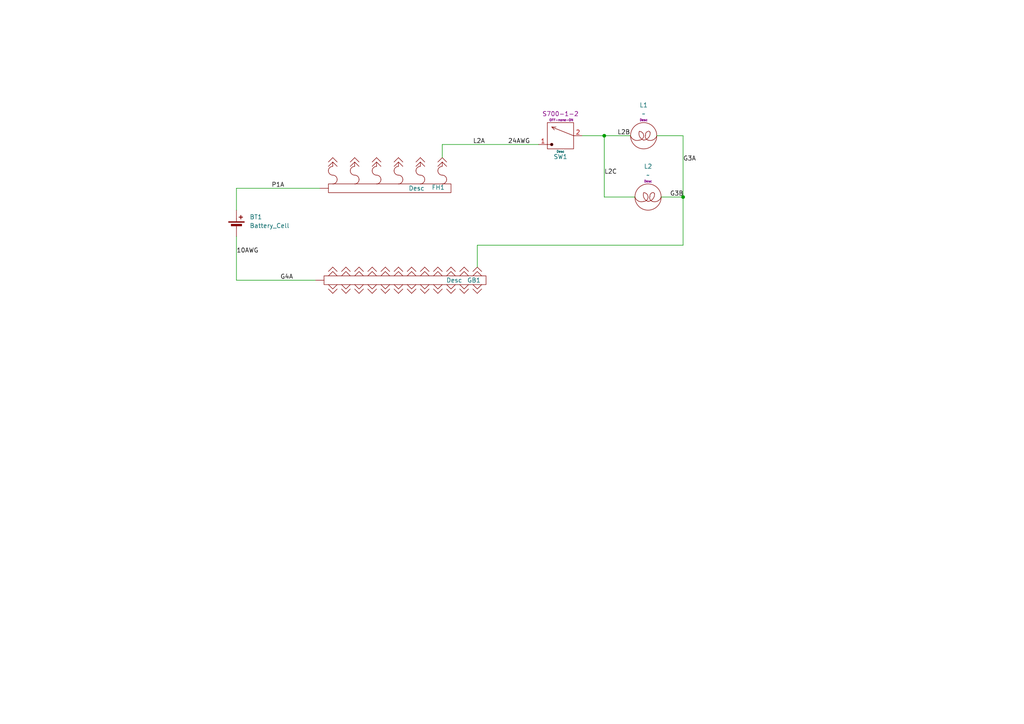
<source format=kicad_sch>
(kicad_sch
	(version 20250114)
	(generator "eeschema")
	(generator_version "9.0")
	(uuid "54b1aeba-9ceb-45cf-abbb-71d5775470ba")
	(paper "A4")
	(lib_symbols
		(symbol "AeroElectricConnectionSymbols:Fuse_Holder_6x"
			(pin_numbers
				(hide yes)
			)
			(pin_names
				(offset 0)
				(hide yes)
			)
			(exclude_from_sim no)
			(in_bom yes)
			(on_board yes)
			(property "Reference" "FH"
				(at -3.556 -14.732 90)
				(do_not_autoplace)
				(effects
					(font
						(size 1.27 1.27)
					)
					(justify left)
				)
			)
			(property "Value" "Desc"
				(at -3.81 -8.89 90)
				(do_not_autoplace)
				(effects
					(font
						(size 1.27 1.27)
					)
					(justify left)
				)
			)
			(property "Footprint" ""
				(at -2.54 11.43 0)
				(effects
					(font
						(size 1.27 1.27)
					)
					(hide yes)
				)
			)
			(property "Datasheet" ""
				(at -2.54 11.43 0)
				(effects
					(font
						(size 1.27 1.27)
					)
					(hide yes)
				)
			)
			(property "Description" ""
				(at -2.54 11.43 0)
				(effects
					(font
						(size 1.27 1.27)
					)
					(hide yes)
				)
			)
			(symbol "Fuse_Holder_6x_0_1"
				(rectangle
					(start -5.08 19.05)
					(end -2.54 -16.51)
					(stroke
						(width 0)
						(type default)
					)
					(fill
						(type none)
					)
				)
				(arc
					(start 0 17.78)
					(mid -0.372 16.882)
					(end -1.27 16.51)
					(stroke
						(width 0)
						(type default)
					)
					(fill
						(type none)
					)
				)
				(arc
					(start 0 11.43)
					(mid -0.372 10.532)
					(end -1.27 10.16)
					(stroke
						(width 0)
						(type default)
					)
					(fill
						(type none)
					)
				)
				(arc
					(start 0 5.08)
					(mid -0.372 4.182)
					(end -1.27 3.81)
					(stroke
						(width 0)
						(type default)
					)
					(fill
						(type none)
					)
				)
				(arc
					(start 0 -1.27)
					(mid -0.372 -2.168)
					(end -1.27 -2.54)
					(stroke
						(width 0)
						(type default)
					)
					(fill
						(type none)
					)
				)
				(arc
					(start 0 -7.62)
					(mid -0.372 -8.518)
					(end -1.27 -8.89)
					(stroke
						(width 0)
						(type default)
					)
					(fill
						(type none)
					)
				)
				(arc
					(start 0 -13.97)
					(mid -0.372 -14.868)
					(end -1.27 -15.24)
					(stroke
						(width 0)
						(type default)
					)
					(fill
						(type none)
					)
				)
				(arc
					(start -1.27 16.51)
					(mid -2.168 16.882)
					(end -2.54 17.78)
					(stroke
						(width 0)
						(type default)
					)
					(fill
						(type none)
					)
				)
				(arc
					(start -1.27 10.16)
					(mid -2.168 10.532)
					(end -2.54 11.43)
					(stroke
						(width 0)
						(type default)
					)
					(fill
						(type none)
					)
				)
				(arc
					(start -1.27 3.81)
					(mid -2.168 4.182)
					(end -2.54 5.08)
					(stroke
						(width 0)
						(type default)
					)
					(fill
						(type none)
					)
				)
				(arc
					(start -1.27 -2.54)
					(mid -2.168 -2.168)
					(end -2.54 -1.27)
					(stroke
						(width 0)
						(type default)
					)
					(fill
						(type none)
					)
				)
				(arc
					(start -1.27 -8.89)
					(mid -2.168 -8.518)
					(end -2.54 -7.62)
					(stroke
						(width 0)
						(type default)
					)
					(fill
						(type none)
					)
				)
				(arc
					(start -1.27 -15.24)
					(mid -2.168 -14.868)
					(end -2.54 -13.97)
					(stroke
						(width 0)
						(type default)
					)
					(fill
						(type none)
					)
				)
				(arc
					(start 0 17.78)
					(mid 0.372 18.678)
					(end 1.27 19.05)
					(stroke
						(width 0)
						(type default)
					)
					(fill
						(type none)
					)
				)
				(arc
					(start 1.27 19.05)
					(mid 2.168 18.678)
					(end 2.54 17.78)
					(stroke
						(width 0)
						(type default)
					)
					(fill
						(type none)
					)
				)
				(arc
					(start 0 11.43)
					(mid 0.372 12.328)
					(end 1.27 12.7)
					(stroke
						(width 0)
						(type default)
					)
					(fill
						(type none)
					)
				)
				(arc
					(start 1.27 12.7)
					(mid 2.168 12.328)
					(end 2.54 11.43)
					(stroke
						(width 0)
						(type default)
					)
					(fill
						(type none)
					)
				)
				(arc
					(start 0 5.08)
					(mid 0.372 5.978)
					(end 1.27 6.35)
					(stroke
						(width 0)
						(type default)
					)
					(fill
						(type none)
					)
				)
				(arc
					(start 1.27 6.35)
					(mid 2.168 5.978)
					(end 2.54 5.08)
					(stroke
						(width 0)
						(type default)
					)
					(fill
						(type none)
					)
				)
				(arc
					(start 0 -1.27)
					(mid 0.372 -0.372)
					(end 1.27 0)
					(stroke
						(width 0)
						(type default)
					)
					(fill
						(type none)
					)
				)
				(arc
					(start 1.27 0)
					(mid 2.168 -0.372)
					(end 2.54 -1.27)
					(stroke
						(width 0)
						(type default)
					)
					(fill
						(type none)
					)
				)
				(arc
					(start 0 -7.62)
					(mid 0.372 -6.722)
					(end 1.27 -6.35)
					(stroke
						(width 0)
						(type default)
					)
					(fill
						(type none)
					)
				)
				(arc
					(start 1.27 -6.35)
					(mid 2.168 -6.722)
					(end 2.54 -7.62)
					(stroke
						(width 0)
						(type default)
					)
					(fill
						(type none)
					)
				)
				(arc
					(start 0 -13.97)
					(mid 0.372 -13.072)
					(end 1.27 -12.7)
					(stroke
						(width 0)
						(type default)
					)
					(fill
						(type none)
					)
				)
				(arc
					(start 1.27 -12.7)
					(mid 2.168 -13.072)
					(end 2.54 -13.97)
					(stroke
						(width 0)
						(type default)
					)
					(fill
						(type none)
					)
				)
				(polyline
					(pts
						(xy 2.54 16.51) (xy 3.81 17.78) (xy 2.54 19.05)
					)
					(stroke
						(width 0)
						(type default)
					)
					(fill
						(type none)
					)
				)
				(polyline
					(pts
						(xy 2.54 10.16) (xy 3.81 11.43) (xy 2.54 12.7)
					)
					(stroke
						(width 0)
						(type default)
					)
					(fill
						(type none)
					)
				)
				(polyline
					(pts
						(xy 2.54 3.81) (xy 3.81 5.08) (xy 2.54 6.35)
					)
					(stroke
						(width 0)
						(type default)
					)
					(fill
						(type none)
					)
				)
				(polyline
					(pts
						(xy 2.54 -2.54) (xy 3.81 -1.27) (xy 2.54 0)
					)
					(stroke
						(width 0)
						(type default)
					)
					(fill
						(type none)
					)
				)
				(polyline
					(pts
						(xy 2.54 -8.89) (xy 3.81 -7.62) (xy 2.54 -6.35)
					)
					(stroke
						(width 0)
						(type default)
					)
					(fill
						(type none)
					)
				)
				(polyline
					(pts
						(xy 2.54 -15.24) (xy 3.81 -13.97) (xy 2.54 -12.7)
					)
					(stroke
						(width 0)
						(type default)
					)
					(fill
						(type none)
					)
				)
				(polyline
					(pts
						(xy 3.81 16.51) (xy 5.08 17.78) (xy 3.81 19.05)
					)
					(stroke
						(width 0)
						(type default)
					)
					(fill
						(type none)
					)
				)
				(polyline
					(pts
						(xy 3.81 10.16) (xy 5.08 11.43) (xy 3.81 12.7)
					)
					(stroke
						(width 0)
						(type default)
					)
					(fill
						(type none)
					)
				)
				(polyline
					(pts
						(xy 3.81 3.81) (xy 5.08 5.08) (xy 3.81 6.35)
					)
					(stroke
						(width 0)
						(type default)
					)
					(fill
						(type none)
					)
				)
				(polyline
					(pts
						(xy 3.81 -2.54) (xy 5.08 -1.27) (xy 3.81 0)
					)
					(stroke
						(width 0)
						(type default)
					)
					(fill
						(type none)
					)
				)
				(polyline
					(pts
						(xy 3.81 -8.89) (xy 5.08 -7.62) (xy 3.81 -6.35)
					)
					(stroke
						(width 0)
						(type default)
					)
					(fill
						(type none)
					)
				)
				(polyline
					(pts
						(xy 3.81 -15.24) (xy 5.08 -13.97) (xy 3.81 -12.7)
					)
					(stroke
						(width 0)
						(type default)
					)
					(fill
						(type none)
					)
				)
			)
			(symbol "Fuse_Holder_6x_1_1"
				(polyline
					(pts
						(xy 2.54 17.78) (xy 2.54 17.78)
					)
					(stroke
						(width 0)
						(type default)
					)
					(fill
						(type none)
					)
				)
				(polyline
					(pts
						(xy 2.54 17.78) (xy 2.54 17.78)
					)
					(stroke
						(width 0)
						(type default)
					)
					(fill
						(type none)
					)
				)
				(polyline
					(pts
						(xy 2.54 11.43) (xy 2.54 11.43)
					)
					(stroke
						(width 0)
						(type default)
					)
					(fill
						(type none)
					)
				)
				(polyline
					(pts
						(xy 2.54 11.43) (xy 2.54 11.43)
					)
					(stroke
						(width 0)
						(type default)
					)
					(fill
						(type none)
					)
				)
				(polyline
					(pts
						(xy 2.54 5.08) (xy 2.54 5.08)
					)
					(stroke
						(width 0)
						(type default)
					)
					(fill
						(type none)
					)
				)
				(polyline
					(pts
						(xy 2.54 5.08) (xy 2.54 5.08)
					)
					(stroke
						(width 0)
						(type default)
					)
					(fill
						(type none)
					)
				)
				(polyline
					(pts
						(xy 2.54 -1.27) (xy 2.54 -1.27)
					)
					(stroke
						(width 0)
						(type default)
					)
					(fill
						(type none)
					)
				)
				(polyline
					(pts
						(xy 2.54 -1.27) (xy 2.54 -1.27)
					)
					(stroke
						(width 0)
						(type default)
					)
					(fill
						(type none)
					)
				)
				(polyline
					(pts
						(xy 2.54 -7.62) (xy 2.54 -7.62)
					)
					(stroke
						(width 0)
						(type default)
					)
					(fill
						(type none)
					)
				)
				(polyline
					(pts
						(xy 2.54 -7.62) (xy 2.54 -7.62)
					)
					(stroke
						(width 0)
						(type default)
					)
					(fill
						(type none)
					)
				)
				(polyline
					(pts
						(xy 2.54 -13.97) (xy 2.54 -13.97)
					)
					(stroke
						(width 0)
						(type default)
					)
					(fill
						(type none)
					)
				)
				(polyline
					(pts
						(xy 2.54 -13.97) (xy 2.54 -13.97)
					)
					(stroke
						(width 0)
						(type default)
					)
					(fill
						(type none)
					)
				)
				(polyline
					(pts
						(xy 3.81 17.78) (xy 2.54 17.78)
					)
					(stroke
						(width 0)
						(type default)
					)
					(fill
						(type none)
					)
				)
				(polyline
					(pts
						(xy 3.81 11.43) (xy 2.54 11.43)
					)
					(stroke
						(width 0)
						(type default)
					)
					(fill
						(type none)
					)
				)
				(polyline
					(pts
						(xy 3.81 5.08) (xy 2.54 5.08)
					)
					(stroke
						(width 0)
						(type default)
					)
					(fill
						(type none)
					)
				)
				(polyline
					(pts
						(xy 3.81 -1.27) (xy 2.54 -1.27)
					)
					(stroke
						(width 0)
						(type default)
					)
					(fill
						(type none)
					)
				)
				(polyline
					(pts
						(xy 3.81 -7.62) (xy 2.54 -7.62)
					)
					(stroke
						(width 0)
						(type default)
					)
					(fill
						(type none)
					)
				)
				(polyline
					(pts
						(xy 3.81 -13.97) (xy 2.54 -13.97)
					)
					(stroke
						(width 0)
						(type default)
					)
					(fill
						(type none)
					)
				)
				(pin passive line
					(at -3.81 21.59 270)
					(length 2.54)
					(name "Pwr"
						(effects
							(font
								(size 1.27 1.27)
							)
						)
					)
					(number "1"
						(effects
							(font
								(size 1.27 1.27)
							)
						)
					)
				)
				(pin passive line
					(at 5.08 17.78 180)
					(length 0)
					(name "Desc"
						(effects
							(font
								(size 1.27 1.27)
							)
						)
					)
					(number "Val_A"
						(effects
							(font
								(size 1.27 1.27)
							)
						)
					)
				)
				(pin passive line
					(at 5.08 11.43 180)
					(length 0)
					(name "Desc"
						(effects
							(font
								(size 1.27 1.27)
							)
						)
					)
					(number "Val_A"
						(effects
							(font
								(size 1.27 1.27)
							)
						)
					)
				)
				(pin passive line
					(at 5.08 5.08 180)
					(length 0)
					(name "Desc"
						(effects
							(font
								(size 1.27 1.27)
							)
						)
					)
					(number "Val_A"
						(effects
							(font
								(size 1.27 1.27)
							)
						)
					)
				)
				(pin passive line
					(at 5.08 -1.27 180)
					(length 0)
					(name "Desc"
						(effects
							(font
								(size 1.27 1.27)
							)
						)
					)
					(number "Val_A"
						(effects
							(font
								(size 1.27 1.27)
							)
						)
					)
				)
				(pin passive line
					(at 5.08 -7.62 180)
					(length 0)
					(name "Desc"
						(effects
							(font
								(size 1.27 1.27)
							)
						)
					)
					(number "Val_A"
						(effects
							(font
								(size 1.27 1.27)
							)
						)
					)
				)
				(pin passive line
					(at 5.08 -13.97 180)
					(length 0)
					(name "Desc"
						(effects
							(font
								(size 1.27 1.27)
							)
						)
					)
					(number "Val_A"
						(effects
							(font
								(size 1.27 1.27)
							)
						)
					)
				)
			)
			(embedded_fonts no)
		)
		(symbol "AeroElectricConnectionSymbols:Ground_Block_24x"
			(pin_numbers
				(hide yes)
			)
			(pin_names
				(offset 0)
				(hide yes)
			)
			(exclude_from_sim no)
			(in_bom yes)
			(on_board yes)
			(property "Reference" "GB"
				(at 0 -22.606 90)
				(do_not_autoplace)
				(effects
					(font
						(size 1.27 1.27)
					)
					(justify left)
				)
			)
			(property "Value" "Desc"
				(at 0 -17.272 90)
				(do_not_autoplace)
				(effects
					(font
						(size 1.27 1.27)
					)
					(justify left)
				)
			)
			(property "Footprint" ""
				(at 1.27 13.97 0)
				(effects
					(font
						(size 1.27 1.27)
					)
					(hide yes)
				)
			)
			(property "Datasheet" "GB24 Grounding Block"
				(at 1.27 13.97 0)
				(effects
					(font
						(size 1.27 1.27)
					)
					(hide yes)
				)
			)
			(property "Description" ""
				(at 1.27 13.97 0)
				(effects
					(font
						(size 1.27 1.27)
					)
					(hide yes)
				)
			)
			(symbol "Ground_Block_24x_0_1"
				(polyline
					(pts
						(xy -2.54 21.59) (xy -3.81 20.32) (xy -2.54 19.05)
					)
					(stroke
						(width 0)
						(type default)
					)
					(fill
						(type none)
					)
				)
				(polyline
					(pts
						(xy -2.54 17.78) (xy -3.81 16.51) (xy -2.54 15.24)
					)
					(stroke
						(width 0)
						(type default)
					)
					(fill
						(type none)
					)
				)
				(polyline
					(pts
						(xy -2.54 13.97) (xy -3.81 12.7) (xy -2.54 11.43)
					)
					(stroke
						(width 0)
						(type default)
					)
					(fill
						(type none)
					)
				)
				(polyline
					(pts
						(xy -2.54 10.16) (xy -3.81 8.89) (xy -2.54 7.62)
					)
					(stroke
						(width 0)
						(type default)
					)
					(fill
						(type none)
					)
				)
				(polyline
					(pts
						(xy -2.54 6.35) (xy -3.81 5.08) (xy -2.54 3.81)
					)
					(stroke
						(width 0)
						(type default)
					)
					(fill
						(type none)
					)
				)
				(polyline
					(pts
						(xy -2.54 2.54) (xy -3.81 1.27) (xy -2.54 0)
					)
					(stroke
						(width 0)
						(type default)
					)
					(fill
						(type none)
					)
				)
				(polyline
					(pts
						(xy -2.54 -1.27) (xy -3.81 -2.54) (xy -2.54 -3.81)
					)
					(stroke
						(width 0)
						(type default)
					)
					(fill
						(type none)
					)
				)
				(polyline
					(pts
						(xy -2.54 -5.08) (xy -3.81 -6.35) (xy -2.54 -7.62)
					)
					(stroke
						(width 0)
						(type default)
					)
					(fill
						(type none)
					)
				)
				(polyline
					(pts
						(xy -2.54 -8.89) (xy -3.81 -10.16) (xy -2.54 -11.43)
					)
					(stroke
						(width 0)
						(type default)
					)
					(fill
						(type none)
					)
				)
				(polyline
					(pts
						(xy -2.54 -12.7) (xy -3.81 -13.97) (xy -2.54 -15.24)
					)
					(stroke
						(width 0)
						(type default)
					)
					(fill
						(type none)
					)
				)
				(polyline
					(pts
						(xy -2.54 -16.51) (xy -3.81 -17.78) (xy -2.54 -19.05)
					)
					(stroke
						(width 0)
						(type default)
					)
					(fill
						(type none)
					)
				)
				(polyline
					(pts
						(xy -2.54 -20.32) (xy -3.81 -21.59) (xy -2.54 -22.86)
					)
					(stroke
						(width 0)
						(type default)
					)
					(fill
						(type none)
					)
				)
				(rectangle
					(start -1.27 22.86)
					(end 1.27 -24.13)
					(stroke
						(width 0)
						(type default)
					)
					(fill
						(type none)
					)
				)
				(polyline
					(pts
						(xy -1.27 21.59) (xy -2.54 20.32) (xy -1.27 19.05)
					)
					(stroke
						(width 0)
						(type default)
					)
					(fill
						(type none)
					)
				)
				(polyline
					(pts
						(xy -1.27 17.78) (xy -2.54 16.51) (xy -1.27 15.24)
					)
					(stroke
						(width 0)
						(type default)
					)
					(fill
						(type none)
					)
				)
				(polyline
					(pts
						(xy -1.27 13.97) (xy -2.54 12.7) (xy -1.27 11.43)
					)
					(stroke
						(width 0)
						(type default)
					)
					(fill
						(type none)
					)
				)
				(polyline
					(pts
						(xy -1.27 10.16) (xy -2.54 8.89) (xy -1.27 7.62)
					)
					(stroke
						(width 0)
						(type default)
					)
					(fill
						(type none)
					)
				)
				(polyline
					(pts
						(xy -1.27 6.35) (xy -2.54 5.08) (xy -1.27 3.81)
					)
					(stroke
						(width 0)
						(type default)
					)
					(fill
						(type none)
					)
				)
				(polyline
					(pts
						(xy -1.27 2.54) (xy -2.54 1.27) (xy -1.27 0)
					)
					(stroke
						(width 0)
						(type default)
					)
					(fill
						(type none)
					)
				)
				(polyline
					(pts
						(xy -1.27 -1.27) (xy -2.54 -2.54) (xy -1.27 -3.81)
					)
					(stroke
						(width 0)
						(type default)
					)
					(fill
						(type none)
					)
				)
				(polyline
					(pts
						(xy -1.27 -5.08) (xy -2.54 -6.35) (xy -1.27 -7.62)
					)
					(stroke
						(width 0)
						(type default)
					)
					(fill
						(type none)
					)
				)
				(polyline
					(pts
						(xy -1.27 -8.89) (xy -2.54 -10.16) (xy -1.27 -11.43)
					)
					(stroke
						(width 0)
						(type default)
					)
					(fill
						(type none)
					)
				)
				(polyline
					(pts
						(xy -1.27 -12.7) (xy -2.54 -13.97) (xy -1.27 -15.24)
					)
					(stroke
						(width 0)
						(type default)
					)
					(fill
						(type none)
					)
				)
				(polyline
					(pts
						(xy -1.27 -16.51) (xy -2.54 -17.78) (xy -1.27 -19.05)
					)
					(stroke
						(width 0)
						(type default)
					)
					(fill
						(type none)
					)
				)
				(polyline
					(pts
						(xy -1.27 -20.32) (xy -2.54 -21.59) (xy -1.27 -22.86)
					)
					(stroke
						(width 0)
						(type default)
					)
					(fill
						(type none)
					)
				)
				(polyline
					(pts
						(xy 1.27 19.05) (xy 2.54 20.32) (xy 1.27 21.59)
					)
					(stroke
						(width 0)
						(type default)
					)
					(fill
						(type none)
					)
				)
				(polyline
					(pts
						(xy 1.27 15.24) (xy 2.54 16.51) (xy 1.27 17.78)
					)
					(stroke
						(width 0)
						(type default)
					)
					(fill
						(type none)
					)
				)
				(polyline
					(pts
						(xy 1.27 11.43) (xy 2.54 12.7) (xy 1.27 13.97)
					)
					(stroke
						(width 0)
						(type default)
					)
					(fill
						(type none)
					)
				)
				(polyline
					(pts
						(xy 1.27 7.62) (xy 2.54 8.89) (xy 1.27 10.16)
					)
					(stroke
						(width 0)
						(type default)
					)
					(fill
						(type none)
					)
				)
				(polyline
					(pts
						(xy 1.27 3.81) (xy 2.54 5.08) (xy 1.27 6.35)
					)
					(stroke
						(width 0)
						(type default)
					)
					(fill
						(type none)
					)
				)
				(polyline
					(pts
						(xy 1.27 0) (xy 2.54 1.27) (xy 1.27 2.54)
					)
					(stroke
						(width 0)
						(type default)
					)
					(fill
						(type none)
					)
				)
				(polyline
					(pts
						(xy 1.27 -3.81) (xy 2.54 -2.54) (xy 1.27 -1.27)
					)
					(stroke
						(width 0)
						(type default)
					)
					(fill
						(type none)
					)
				)
				(polyline
					(pts
						(xy 1.27 -7.62) (xy 2.54 -6.35) (xy 1.27 -5.08)
					)
					(stroke
						(width 0)
						(type default)
					)
					(fill
						(type none)
					)
				)
				(polyline
					(pts
						(xy 1.27 -11.43) (xy 2.54 -10.16) (xy 1.27 -8.89)
					)
					(stroke
						(width 0)
						(type default)
					)
					(fill
						(type none)
					)
				)
				(polyline
					(pts
						(xy 1.27 -15.24) (xy 2.54 -13.97) (xy 1.27 -12.7)
					)
					(stroke
						(width 0)
						(type default)
					)
					(fill
						(type none)
					)
				)
				(polyline
					(pts
						(xy 1.27 -19.05) (xy 2.54 -17.78) (xy 1.27 -16.51)
					)
					(stroke
						(width 0)
						(type default)
					)
					(fill
						(type none)
					)
				)
				(polyline
					(pts
						(xy 1.27 -22.86) (xy 2.54 -21.59) (xy 1.27 -20.32)
					)
					(stroke
						(width 0)
						(type default)
					)
					(fill
						(type none)
					)
				)
				(polyline
					(pts
						(xy 2.54 19.05) (xy 3.81 20.32) (xy 2.54 21.59)
					)
					(stroke
						(width 0)
						(type default)
					)
					(fill
						(type none)
					)
				)
				(polyline
					(pts
						(xy 2.54 15.24) (xy 3.81 16.51) (xy 2.54 17.78)
					)
					(stroke
						(width 0)
						(type default)
					)
					(fill
						(type none)
					)
				)
				(polyline
					(pts
						(xy 2.54 11.43) (xy 3.81 12.7) (xy 2.54 13.97)
					)
					(stroke
						(width 0)
						(type default)
					)
					(fill
						(type none)
					)
				)
				(polyline
					(pts
						(xy 2.54 7.62) (xy 3.81 8.89) (xy 2.54 10.16)
					)
					(stroke
						(width 0)
						(type default)
					)
					(fill
						(type none)
					)
				)
				(polyline
					(pts
						(xy 2.54 3.81) (xy 3.81 5.08) (xy 2.54 6.35)
					)
					(stroke
						(width 0)
						(type default)
					)
					(fill
						(type none)
					)
				)
				(polyline
					(pts
						(xy 2.54 0) (xy 3.81 1.27) (xy 2.54 2.54)
					)
					(stroke
						(width 0)
						(type default)
					)
					(fill
						(type none)
					)
				)
				(polyline
					(pts
						(xy 2.54 -3.81) (xy 3.81 -2.54) (xy 2.54 -1.27)
					)
					(stroke
						(width 0)
						(type default)
					)
					(fill
						(type none)
					)
				)
				(polyline
					(pts
						(xy 2.54 -7.62) (xy 3.81 -6.35) (xy 2.54 -5.08)
					)
					(stroke
						(width 0)
						(type default)
					)
					(fill
						(type none)
					)
				)
				(polyline
					(pts
						(xy 2.54 -11.43) (xy 3.81 -10.16) (xy 2.54 -8.89)
					)
					(stroke
						(width 0)
						(type default)
					)
					(fill
						(type none)
					)
				)
				(polyline
					(pts
						(xy 2.54 -15.24) (xy 3.81 -13.97) (xy 2.54 -12.7)
					)
					(stroke
						(width 0)
						(type default)
					)
					(fill
						(type none)
					)
				)
				(polyline
					(pts
						(xy 2.54 -19.05) (xy 3.81 -17.78) (xy 2.54 -16.51)
					)
					(stroke
						(width 0)
						(type default)
					)
					(fill
						(type none)
					)
				)
				(polyline
					(pts
						(xy 2.54 -22.86) (xy 3.81 -21.59) (xy 2.54 -20.32)
					)
					(stroke
						(width 0)
						(type default)
					)
					(fill
						(type none)
					)
				)
			)
			(symbol "Ground_Block_24x_1_1"
				(polyline
					(pts
						(xy -6.35 20.32) (xy -6.35 20.32)
					)
					(stroke
						(width 0)
						(type default)
					)
					(fill
						(type none)
					)
				)
				(polyline
					(pts
						(xy -6.35 20.32) (xy -6.35 20.32)
					)
					(stroke
						(width 0)
						(type default)
					)
					(fill
						(type none)
					)
				)
				(polyline
					(pts
						(xy -6.35 16.51) (xy -6.35 16.51)
					)
					(stroke
						(width 0)
						(type default)
					)
					(fill
						(type none)
					)
				)
				(polyline
					(pts
						(xy -6.35 16.51) (xy -6.35 16.51)
					)
					(stroke
						(width 0)
						(type default)
					)
					(fill
						(type none)
					)
				)
				(polyline
					(pts
						(xy -6.35 12.7) (xy -6.35 12.7)
					)
					(stroke
						(width 0)
						(type default)
					)
					(fill
						(type none)
					)
				)
				(polyline
					(pts
						(xy -6.35 12.7) (xy -6.35 12.7)
					)
					(stroke
						(width 0)
						(type default)
					)
					(fill
						(type none)
					)
				)
				(polyline
					(pts
						(xy -6.35 8.89) (xy -6.35 8.89)
					)
					(stroke
						(width 0)
						(type default)
					)
					(fill
						(type none)
					)
				)
				(polyline
					(pts
						(xy -6.35 8.89) (xy -6.35 8.89)
					)
					(stroke
						(width 0)
						(type default)
					)
					(fill
						(type none)
					)
				)
				(polyline
					(pts
						(xy -6.35 5.08) (xy -6.35 5.08)
					)
					(stroke
						(width 0)
						(type default)
					)
					(fill
						(type none)
					)
				)
				(polyline
					(pts
						(xy -6.35 5.08) (xy -6.35 5.08)
					)
					(stroke
						(width 0)
						(type default)
					)
					(fill
						(type none)
					)
				)
				(polyline
					(pts
						(xy -6.35 1.27) (xy -6.35 1.27)
					)
					(stroke
						(width 0)
						(type default)
					)
					(fill
						(type none)
					)
				)
				(polyline
					(pts
						(xy -6.35 1.27) (xy -6.35 1.27)
					)
					(stroke
						(width 0)
						(type default)
					)
					(fill
						(type none)
					)
				)
				(polyline
					(pts
						(xy -6.35 -2.54) (xy -6.35 -2.54)
					)
					(stroke
						(width 0)
						(type default)
					)
					(fill
						(type none)
					)
				)
				(polyline
					(pts
						(xy -6.35 -2.54) (xy -6.35 -2.54)
					)
					(stroke
						(width 0)
						(type default)
					)
					(fill
						(type none)
					)
				)
				(polyline
					(pts
						(xy -6.35 -6.35) (xy -6.35 -6.35)
					)
					(stroke
						(width 0)
						(type default)
					)
					(fill
						(type none)
					)
				)
				(polyline
					(pts
						(xy -6.35 -6.35) (xy -6.35 -6.35)
					)
					(stroke
						(width 0)
						(type default)
					)
					(fill
						(type none)
					)
				)
				(polyline
					(pts
						(xy -6.35 -10.16) (xy -6.35 -10.16)
					)
					(stroke
						(width 0)
						(type default)
					)
					(fill
						(type none)
					)
				)
				(polyline
					(pts
						(xy -6.35 -10.16) (xy -6.35 -10.16)
					)
					(stroke
						(width 0)
						(type default)
					)
					(fill
						(type none)
					)
				)
				(polyline
					(pts
						(xy -6.35 -13.97) (xy -6.35 -13.97)
					)
					(stroke
						(width 0)
						(type default)
					)
					(fill
						(type none)
					)
				)
				(polyline
					(pts
						(xy -6.35 -13.97) (xy -6.35 -13.97)
					)
					(stroke
						(width 0)
						(type default)
					)
					(fill
						(type none)
					)
				)
				(polyline
					(pts
						(xy -6.35 -17.78) (xy -6.35 -17.78)
					)
					(stroke
						(width 0)
						(type default)
					)
					(fill
						(type none)
					)
				)
				(polyline
					(pts
						(xy -6.35 -17.78) (xy -6.35 -17.78)
					)
					(stroke
						(width 0)
						(type default)
					)
					(fill
						(type none)
					)
				)
				(polyline
					(pts
						(xy -6.35 -21.59) (xy -6.35 -21.59)
					)
					(stroke
						(width 0)
						(type default)
					)
					(fill
						(type none)
					)
				)
				(polyline
					(pts
						(xy -6.35 -21.59) (xy -6.35 -21.59)
					)
					(stroke
						(width 0)
						(type default)
					)
					(fill
						(type none)
					)
				)
				(polyline
					(pts
						(xy 6.35 20.32) (xy 6.35 20.32)
					)
					(stroke
						(width 0)
						(type default)
					)
					(fill
						(type none)
					)
				)
				(polyline
					(pts
						(xy 6.35 20.32) (xy 6.35 20.32)
					)
					(stroke
						(width 0)
						(type default)
					)
					(fill
						(type none)
					)
				)
				(polyline
					(pts
						(xy 6.35 16.51) (xy 6.35 16.51)
					)
					(stroke
						(width 0)
						(type default)
					)
					(fill
						(type none)
					)
				)
				(polyline
					(pts
						(xy 6.35 16.51) (xy 6.35 16.51)
					)
					(stroke
						(width 0)
						(type default)
					)
					(fill
						(type none)
					)
				)
				(polyline
					(pts
						(xy 6.35 12.7) (xy 6.35 12.7)
					)
					(stroke
						(width 0)
						(type default)
					)
					(fill
						(type none)
					)
				)
				(polyline
					(pts
						(xy 6.35 12.7) (xy 6.35 12.7)
					)
					(stroke
						(width 0)
						(type default)
					)
					(fill
						(type none)
					)
				)
				(polyline
					(pts
						(xy 6.35 8.89) (xy 6.35 8.89)
					)
					(stroke
						(width 0)
						(type default)
					)
					(fill
						(type none)
					)
				)
				(polyline
					(pts
						(xy 6.35 8.89) (xy 6.35 8.89)
					)
					(stroke
						(width 0)
						(type default)
					)
					(fill
						(type none)
					)
				)
				(polyline
					(pts
						(xy 6.35 5.08) (xy 6.35 5.08)
					)
					(stroke
						(width 0)
						(type default)
					)
					(fill
						(type none)
					)
				)
				(polyline
					(pts
						(xy 6.35 5.08) (xy 6.35 5.08)
					)
					(stroke
						(width 0)
						(type default)
					)
					(fill
						(type none)
					)
				)
				(polyline
					(pts
						(xy 6.35 1.27) (xy 6.35 1.27)
					)
					(stroke
						(width 0)
						(type default)
					)
					(fill
						(type none)
					)
				)
				(polyline
					(pts
						(xy 6.35 1.27) (xy 6.35 1.27)
					)
					(stroke
						(width 0)
						(type default)
					)
					(fill
						(type none)
					)
				)
				(polyline
					(pts
						(xy 6.35 -2.54) (xy 6.35 -2.54)
					)
					(stroke
						(width 0)
						(type default)
					)
					(fill
						(type none)
					)
				)
				(polyline
					(pts
						(xy 6.35 -2.54) (xy 6.35 -2.54)
					)
					(stroke
						(width 0)
						(type default)
					)
					(fill
						(type none)
					)
				)
				(polyline
					(pts
						(xy 6.35 -6.35) (xy 6.35 -6.35)
					)
					(stroke
						(width 0)
						(type default)
					)
					(fill
						(type none)
					)
				)
				(polyline
					(pts
						(xy 6.35 -6.35) (xy 6.35 -6.35)
					)
					(stroke
						(width 0)
						(type default)
					)
					(fill
						(type none)
					)
				)
				(polyline
					(pts
						(xy 6.35 -10.16) (xy 6.35 -10.16)
					)
					(stroke
						(width 0)
						(type default)
					)
					(fill
						(type none)
					)
				)
				(polyline
					(pts
						(xy 6.35 -10.16) (xy 6.35 -10.16)
					)
					(stroke
						(width 0)
						(type default)
					)
					(fill
						(type none)
					)
				)
				(polyline
					(pts
						(xy 6.35 -13.97) (xy 6.35 -13.97)
					)
					(stroke
						(width 0)
						(type default)
					)
					(fill
						(type none)
					)
				)
				(polyline
					(pts
						(xy 6.35 -13.97) (xy 6.35 -13.97)
					)
					(stroke
						(width 0)
						(type default)
					)
					(fill
						(type none)
					)
				)
				(polyline
					(pts
						(xy 6.35 -17.78) (xy 6.35 -17.78)
					)
					(stroke
						(width 0)
						(type default)
					)
					(fill
						(type none)
					)
				)
				(polyline
					(pts
						(xy 6.35 -17.78) (xy 6.35 -17.78)
					)
					(stroke
						(width 0)
						(type default)
					)
					(fill
						(type none)
					)
				)
				(polyline
					(pts
						(xy 6.35 -21.59) (xy 6.35 -21.59)
					)
					(stroke
						(width 0)
						(type default)
					)
					(fill
						(type none)
					)
				)
				(polyline
					(pts
						(xy 6.35 -21.59) (xy 6.35 -21.59)
					)
					(stroke
						(width 0)
						(type default)
					)
					(fill
						(type none)
					)
				)
				(pin passive line
					(at -3.81 20.32 0)
					(length 0)
					(name "Desc"
						(effects
							(font
								(size 1.27 1.27)
							)
						)
					)
					(number "Val_A"
						(effects
							(font
								(size 1.27 1.27)
							)
						)
					)
				)
				(pin passive line
					(at -3.81 16.51 0)
					(length 0)
					(name "Desc"
						(effects
							(font
								(size 1.27 1.27)
							)
						)
					)
					(number "Val_A"
						(effects
							(font
								(size 1.27 1.27)
							)
						)
					)
				)
				(pin passive line
					(at -3.81 12.7 0)
					(length 0)
					(name "Desc"
						(effects
							(font
								(size 1.27 1.27)
							)
						)
					)
					(number "Val_A"
						(effects
							(font
								(size 1.27 1.27)
							)
						)
					)
				)
				(pin passive line
					(at -3.81 8.89 0)
					(length 0)
					(name "Desc"
						(effects
							(font
								(size 1.27 1.27)
							)
						)
					)
					(number "Val_A"
						(effects
							(font
								(size 1.27 1.27)
							)
						)
					)
				)
				(pin passive line
					(at -3.81 5.08 0)
					(length 0)
					(name "Desc"
						(effects
							(font
								(size 1.27 1.27)
							)
						)
					)
					(number "Val_A"
						(effects
							(font
								(size 1.27 1.27)
							)
						)
					)
				)
				(pin passive line
					(at -3.81 1.27 0)
					(length 0)
					(name "Desc"
						(effects
							(font
								(size 1.27 1.27)
							)
						)
					)
					(number "Val_A"
						(effects
							(font
								(size 1.27 1.27)
							)
						)
					)
				)
				(pin passive line
					(at -3.81 -2.54 0)
					(length 0)
					(name "Desc"
						(effects
							(font
								(size 1.27 1.27)
							)
						)
					)
					(number "Val_A"
						(effects
							(font
								(size 1.27 1.27)
							)
						)
					)
				)
				(pin passive line
					(at -3.81 -6.35 0)
					(length 0)
					(name "Desc"
						(effects
							(font
								(size 1.27 1.27)
							)
						)
					)
					(number "Val_A"
						(effects
							(font
								(size 1.27 1.27)
							)
						)
					)
				)
				(pin passive line
					(at -3.81 -10.16 0)
					(length 0)
					(name "Desc"
						(effects
							(font
								(size 1.27 1.27)
							)
						)
					)
					(number "Val_A"
						(effects
							(font
								(size 1.27 1.27)
							)
						)
					)
				)
				(pin passive line
					(at -3.81 -13.97 0)
					(length 0)
					(name "Desc"
						(effects
							(font
								(size 1.27 1.27)
							)
						)
					)
					(number "Val_A"
						(effects
							(font
								(size 1.27 1.27)
							)
						)
					)
				)
				(pin passive line
					(at -3.81 -17.78 0)
					(length 0)
					(name "Desc"
						(effects
							(font
								(size 1.27 1.27)
							)
						)
					)
					(number "Val_A"
						(effects
							(font
								(size 1.27 1.27)
							)
						)
					)
				)
				(pin passive line
					(at -3.81 -21.59 0)
					(length 0)
					(name "Desc"
						(effects
							(font
								(size 1.27 1.27)
							)
						)
					)
					(number "Val_A"
						(effects
							(font
								(size 1.27 1.27)
							)
						)
					)
				)
				(pin passive line
					(at 0 25.4 270)
					(length 2.54)
					(name "Pwr"
						(effects
							(font
								(size 1.27 1.27)
							)
						)
					)
					(number "1"
						(effects
							(font
								(size 1.27 1.27)
							)
						)
					)
				)
				(pin passive line
					(at 3.81 20.32 180)
					(length 0)
					(name "Desc"
						(effects
							(font
								(size 1.27 1.27)
							)
						)
					)
					(number "Val_A"
						(effects
							(font
								(size 1.27 1.27)
							)
						)
					)
				)
				(pin passive line
					(at 3.81 16.51 180)
					(length 0)
					(name "Desc"
						(effects
							(font
								(size 1.27 1.27)
							)
						)
					)
					(number "Val_A"
						(effects
							(font
								(size 1.27 1.27)
							)
						)
					)
				)
				(pin passive line
					(at 3.81 12.7 180)
					(length 0)
					(name "Desc"
						(effects
							(font
								(size 1.27 1.27)
							)
						)
					)
					(number "Val_A"
						(effects
							(font
								(size 1.27 1.27)
							)
						)
					)
				)
				(pin passive line
					(at 3.81 8.89 180)
					(length 0)
					(name "Desc"
						(effects
							(font
								(size 1.27 1.27)
							)
						)
					)
					(number "Val_A"
						(effects
							(font
								(size 1.27 1.27)
							)
						)
					)
				)
				(pin passive line
					(at 3.81 5.08 180)
					(length 0)
					(name "Desc"
						(effects
							(font
								(size 1.27 1.27)
							)
						)
					)
					(number "Val_A"
						(effects
							(font
								(size 1.27 1.27)
							)
						)
					)
				)
				(pin passive line
					(at 3.81 1.27 180)
					(length 0)
					(name "Desc"
						(effects
							(font
								(size 1.27 1.27)
							)
						)
					)
					(number "Val_A"
						(effects
							(font
								(size 1.27 1.27)
							)
						)
					)
				)
				(pin passive line
					(at 3.81 -2.54 180)
					(length 0)
					(name "Desc"
						(effects
							(font
								(size 1.27 1.27)
							)
						)
					)
					(number "Val_A"
						(effects
							(font
								(size 1.27 1.27)
							)
						)
					)
				)
				(pin passive line
					(at 3.81 -6.35 180)
					(length 0)
					(name "Desc"
						(effects
							(font
								(size 1.27 1.27)
							)
						)
					)
					(number "Val_A"
						(effects
							(font
								(size 1.27 1.27)
							)
						)
					)
				)
				(pin passive line
					(at 3.81 -10.16 180)
					(length 0)
					(name "Desc"
						(effects
							(font
								(size 1.27 1.27)
							)
						)
					)
					(number "Val_A"
						(effects
							(font
								(size 1.27 1.27)
							)
						)
					)
				)
				(pin passive line
					(at 3.81 -13.97 180)
					(length 0)
					(name "Desc"
						(effects
							(font
								(size 1.27 1.27)
							)
						)
					)
					(number "Val_A"
						(effects
							(font
								(size 1.27 1.27)
							)
						)
					)
				)
				(pin passive line
					(at 3.81 -17.78 180)
					(length 0)
					(name "Desc"
						(effects
							(font
								(size 1.27 1.27)
							)
						)
					)
					(number "Val_A"
						(effects
							(font
								(size 1.27 1.27)
							)
						)
					)
				)
				(pin passive line
					(at 3.81 -21.59 180)
					(length 0)
					(name "Desc"
						(effects
							(font
								(size 1.27 1.27)
							)
						)
					)
					(number "Val_A"
						(effects
							(font
								(size 1.27 1.27)
							)
						)
					)
				)
			)
			(embedded_fonts no)
		)
		(symbol "AeroElectricConnectionSymbols:Lamp"
			(pin_numbers
				(hide yes)
			)
			(pin_names
				(hide yes)
			)
			(exclude_from_sim no)
			(in_bom yes)
			(on_board yes)
			(property "Reference" "L"
				(at 0 6.096 0)
				(effects
					(font
						(size 1.27 1.27)
					)
				)
			)
			(property "Value" ""
				(at 0 0 90)
				(effects
					(font
						(size 1.27 1.27)
					)
				)
			)
			(property "Footprint" ""
				(at 0 0 90)
				(effects
					(font
						(size 1.27 1.27)
					)
					(hide yes)
				)
			)
			(property "Datasheet" ""
				(at 0 0 90)
				(effects
					(font
						(size 1.27 1.27)
					)
					(hide yes)
				)
			)
			(property "Description" "Desc"
				(at 0 4.572 0)
				(do_not_autoplace)
				(effects
					(font
						(size 0.635 0.635)
					)
				)
			)
			(symbol "Lamp_0_1"
				(arc
					(start -1.27 -1.27)
					(mid -2.803 -1.1611)
					(end -3.81 0)
					(stroke
						(width 0)
						(type default)
					)
					(fill
						(type none)
					)
				)
				(arc
					(start 0 0)
					(mid -0.372 -0.898)
					(end -1.27 -1.27)
					(stroke
						(width 0)
						(type default)
					)
					(fill
						(type none)
					)
				)
				(arc
					(start -1.27 1.27)
					(mid -0.372 0.898)
					(end 0 0)
					(stroke
						(width 0)
						(type default)
					)
					(fill
						(type none)
					)
				)
				(arc
					(start 1.8758 0.9538)
					(mid 1.3985 -0.5466)
					(end 0 -1.27)
					(stroke
						(width 0)
						(type default)
					)
					(fill
						(type none)
					)
				)
				(circle
					(center 0 0)
					(radius 3.81)
					(stroke
						(width 0)
						(type default)
					)
					(fill
						(type none)
					)
				)
				(arc
					(start 0 -1.27)
					(mid -1.1611 -0.263)
					(end -1.27 1.27)
					(stroke
						(width 0)
						(type default)
					)
					(fill
						(type none)
					)
				)
				(arc
					(start 1.3671 1.3353)
					(mid 1.6919 1.2279)
					(end 1.844 0.922)
					(stroke
						(width 0)
						(type default)
					)
					(fill
						(type none)
					)
				)
				(arc
					(start 0.5722 0.1271)
					(mid 0.6847 0.8428)
					(end 1.27 1.27)
					(stroke
						(width 0)
						(type default)
					)
					(fill
						(type none)
					)
				)
				(arc
					(start 1.27 -1.27)
					(mid 0.6002 -0.7291)
					(end 0.5086 0.1271)
					(stroke
						(width 0)
						(type default)
					)
					(fill
						(type none)
					)
				)
				(arc
					(start 3.81 0)
					(mid 2.803 -1.1611)
					(end 1.27 -1.27)
					(stroke
						(width 0)
						(type default)
					)
					(fill
						(type none)
					)
				)
			)
			(symbol "Lamp_1_1"
				(pin passive line
					(at -3.81 0 0)
					(length 0)
					(name "In"
						(effects
							(font
								(size 1.27 1.27)
							)
						)
					)
					(number "1"
						(effects
							(font
								(size 1.27 1.27)
							)
						)
					)
				)
				(pin passive line
					(at 3.81 0 180)
					(length 0)
					(name "Out"
						(effects
							(font
								(size 1.27 1.27)
							)
						)
					)
					(number "2"
						(effects
							(font
								(size 1.27 1.27)
							)
						)
					)
				)
			)
			(embedded_fonts no)
		)
		(symbol "AeroElectricConnectionSymbols:S700-1-2"
			(pin_names
				(hide yes)
			)
			(exclude_from_sim no)
			(in_bom yes)
			(on_board yes)
			(property "Reference" "SW"
				(at 0 6.096 0)
				(do_not_autoplace)
				(effects
					(font
						(size 1.27 1.27)
					)
				)
			)
			(property "Value" "Desc"
				(at 0 4.572 0)
				(do_not_autoplace)
				(effects
					(font
						(size 0.635 0.635)
					)
				)
			)
			(property "Footprint" ""
				(at 0 3.048 0)
				(effects
					(font
						(size 1.27 1.27)
					)
					(hide yes)
				)
			)
			(property "Datasheet" "S700-1-2"
				(at -0.254 -7.366 0)
				(effects
					(font
						(size 1.27 1.27)
					)
				)
			)
			(property "Description" "OFF-none-ON"
				(at -0.254 -4.572 0)
				(do_not_autoplace)
				(effects
					(font
						(size 0.635 0.635)
					)
				)
			)
			(symbol "S700-1-2_0_1"
				(rectangle
					(start -3.81 3.81)
					(end 3.81 -3.81)
					(stroke
						(width 0)
						(type default)
					)
					(fill
						(type none)
					)
				)
				(polyline
					(pts
						(xy -3.81 0) (xy 2.54 -2.54) (xy 1.7627 -1.6939)
					)
					(stroke
						(width 0)
						(type default)
					)
					(fill
						(type none)
					)
				)
				(circle
					(center 2.54 2.54)
					(radius 0.381)
					(stroke
						(width 0)
						(type default)
					)
					(fill
						(type color)
						(color 0 0 0 1)
					)
				)
				(polyline
					(pts
						(xy 2.54 -2.54) (xy 1.27 -2.54)
					)
					(stroke
						(width 0)
						(type default)
					)
					(fill
						(type none)
					)
				)
				(polyline
					(pts
						(xy 3.81 2.54) (xy 2.54 2.54)
					)
					(stroke
						(width 0)
						(type default)
					)
					(fill
						(type none)
					)
				)
			)
			(symbol "S700-1-2_1_1"
				(pin passive line
					(at -6.35 0 0)
					(length 2.54)
					(name "IN"
						(effects
							(font
								(size 1.27 1.27)
							)
						)
					)
					(number "2"
						(effects
							(font
								(size 1.27 1.27)
							)
						)
					)
				)
				(pin passive line
					(at 6.35 2.54 180)
					(length 2.54)
					(name "ON"
						(effects
							(font
								(size 1.27 1.27)
							)
						)
					)
					(number "1"
						(effects
							(font
								(size 1.27 1.27)
							)
						)
					)
				)
			)
			(embedded_fonts no)
		)
		(symbol "Device:Battery_Cell"
			(pin_numbers
				(hide yes)
			)
			(pin_names
				(offset 0)
				(hide yes)
			)
			(exclude_from_sim no)
			(in_bom yes)
			(on_board yes)
			(property "Reference" "BT"
				(at 2.54 2.54 0)
				(effects
					(font
						(size 1.27 1.27)
					)
					(justify left)
				)
			)
			(property "Value" "Battery_Cell"
				(at 2.54 0 0)
				(effects
					(font
						(size 1.27 1.27)
					)
					(justify left)
				)
			)
			(property "Footprint" ""
				(at 0 1.524 90)
				(effects
					(font
						(size 1.27 1.27)
					)
					(hide yes)
				)
			)
			(property "Datasheet" "~"
				(at 0 1.524 90)
				(effects
					(font
						(size 1.27 1.27)
					)
					(hide yes)
				)
			)
			(property "Description" "Single-cell battery"
				(at 0 0 0)
				(effects
					(font
						(size 1.27 1.27)
					)
					(hide yes)
				)
			)
			(property "ki_keywords" "battery cell"
				(at 0 0 0)
				(effects
					(font
						(size 1.27 1.27)
					)
					(hide yes)
				)
			)
			(symbol "Battery_Cell_0_1"
				(rectangle
					(start -2.286 1.778)
					(end 2.286 1.524)
					(stroke
						(width 0)
						(type default)
					)
					(fill
						(type outline)
					)
				)
				(rectangle
					(start -1.524 1.016)
					(end 1.524 0.508)
					(stroke
						(width 0)
						(type default)
					)
					(fill
						(type outline)
					)
				)
				(polyline
					(pts
						(xy 0 1.778) (xy 0 2.54)
					)
					(stroke
						(width 0)
						(type default)
					)
					(fill
						(type none)
					)
				)
				(polyline
					(pts
						(xy 0 0.762) (xy 0 0)
					)
					(stroke
						(width 0)
						(type default)
					)
					(fill
						(type none)
					)
				)
				(polyline
					(pts
						(xy 0.762 3.048) (xy 1.778 3.048)
					)
					(stroke
						(width 0.254)
						(type default)
					)
					(fill
						(type none)
					)
				)
				(polyline
					(pts
						(xy 1.27 3.556) (xy 1.27 2.54)
					)
					(stroke
						(width 0.254)
						(type default)
					)
					(fill
						(type none)
					)
				)
			)
			(symbol "Battery_Cell_1_1"
				(pin passive line
					(at 0 5.08 270)
					(length 2.54)
					(name "+"
						(effects
							(font
								(size 1.27 1.27)
							)
						)
					)
					(number "1"
						(effects
							(font
								(size 1.27 1.27)
							)
						)
					)
				)
				(pin passive line
					(at 0 -2.54 90)
					(length 2.54)
					(name "-"
						(effects
							(font
								(size 1.27 1.27)
							)
						)
					)
					(number "2"
						(effects
							(font
								(size 1.27 1.27)
							)
						)
					)
				)
			)
			(embedded_fonts no)
		)
	)
	(junction
		(at 175.26 39.37)
		(diameter 0)
		(color 0 0 0 0)
		(uuid "1d3c4f88-91ed-45bb-bd26-ab44bd65a605")
	)
	(junction
		(at 198.12 57.15)
		(diameter 0)
		(color 0 0 0 0)
		(uuid "7852bf32-58b8-49a3-a8e8-be125d88e40b")
	)
	(wire
		(pts
			(xy 191.77 57.15) (xy 198.12 57.15)
		)
		(stroke
			(width 0)
			(type default)
		)
		(uuid "0abd63f8-58ae-4423-9d09-d56d0539f904")
	)
	(wire
		(pts
			(xy 128.27 45.72) (xy 128.27 41.91)
		)
		(stroke
			(width 0)
			(type default)
		)
		(uuid "1cea6079-5075-49f7-aa21-4a37819fc4dc")
	)
	(wire
		(pts
			(xy 68.58 54.61) (xy 92.71 54.61)
		)
		(stroke
			(width 0)
			(type default)
		)
		(uuid "347cb6a7-d08d-498b-9d2b-68a60fa1c887")
	)
	(wire
		(pts
			(xy 68.58 68.58) (xy 68.58 81.28)
		)
		(stroke
			(width 0)
			(type default)
		)
		(uuid "37205bcf-7bfe-49a7-86ff-214fa5e89a21")
	)
	(wire
		(pts
			(xy 68.58 60.96) (xy 68.58 54.61)
		)
		(stroke
			(width 0)
			(type default)
		)
		(uuid "422b4c93-8e62-4249-92e4-3d5140302a20")
	)
	(wire
		(pts
			(xy 68.58 81.28) (xy 91.44 81.28)
		)
		(stroke
			(width 0)
			(type default)
		)
		(uuid "4beac7f7-2185-4e49-8394-35d6b5bb5700")
	)
	(wire
		(pts
			(xy 175.26 57.15) (xy 175.26 39.37)
		)
		(stroke
			(width 0)
			(type default)
		)
		(uuid "6d5e0adf-cb83-45f6-a17f-967a5fea8464")
	)
	(wire
		(pts
			(xy 175.26 39.37) (xy 182.88 39.37)
		)
		(stroke
			(width 0)
			(type default)
		)
		(uuid "8e6a93ad-ec31-451e-b505-375038ec1665")
	)
	(wire
		(pts
			(xy 138.43 77.47) (xy 138.43 71.12)
		)
		(stroke
			(width 0)
			(type default)
		)
		(uuid "8fd2b36b-a370-4c2b-96db-334719b94bb5")
	)
	(wire
		(pts
			(xy 198.12 57.15) (xy 198.12 39.37)
		)
		(stroke
			(width 0)
			(type default)
		)
		(uuid "94cc658e-faac-4da7-83a0-cf4dde89c1d4")
	)
	(wire
		(pts
			(xy 138.43 71.12) (xy 198.12 71.12)
		)
		(stroke
			(width 0)
			(type default)
		)
		(uuid "9c6a54c3-d3d0-44dc-bd00-235e2a72ec6b")
	)
	(wire
		(pts
			(xy 198.12 39.37) (xy 190.5 39.37)
		)
		(stroke
			(width 0)
			(type default)
		)
		(uuid "9fbb09e8-6dbb-4188-a048-b7da31bde1fd")
	)
	(wire
		(pts
			(xy 198.12 71.12) (xy 198.12 57.15)
		)
		(stroke
			(width 0)
			(type default)
		)
		(uuid "cdda3f58-c933-4246-8e10-1ff8724c9580")
	)
	(wire
		(pts
			(xy 184.15 57.15) (xy 175.26 57.15)
		)
		(stroke
			(width 0)
			(type default)
		)
		(uuid "dce720b5-8515-4d56-ae8b-47adc0fe1fee")
	)
	(wire
		(pts
			(xy 128.27 41.91) (xy 156.21 41.91)
		)
		(stroke
			(width 0)
			(type default)
		)
		(uuid "df308672-7ce2-405e-bb87-d76763ca3b84")
	)
	(wire
		(pts
			(xy 168.91 39.37) (xy 175.26 39.37)
		)
		(stroke
			(width 0)
			(type default)
		)
		(uuid "f9d99456-e7ba-4894-8f41-9088957eabfb")
	)
	(label "P1A"
		(at 78.74 54.61 0)
		(effects
			(font
				(size 1.27 1.27)
			)
			(justify left bottom)
		)
		(uuid "0032598d-4465-44c8-abc3-28f67b537e09")
	)
	(label "L2C"
		(at 175.26 50.8 0)
		(effects
			(font
				(size 1.27 1.27)
			)
			(justify left bottom)
		)
		(uuid "0fe64eba-acb2-477e-8015-94e70ad20aa7")
	)
	(label "24AWG"
		(at 147.32 41.91 0)
		(effects
			(font
				(size 1.27 1.27)
			)
			(justify left bottom)
		)
		(uuid "43cccdda-1f8a-4f8b-8e72-ef754a734f1c")
	)
	(label "G3A"
		(at 198.12 46.99 0)
		(effects
			(font
				(size 1.27 1.27)
			)
			(justify left bottom)
		)
		(uuid "4d6bc7b4-0b64-4273-bf56-fca680e87aba")
	)
	(label "L2B"
		(at 179.07 39.37 0)
		(effects
			(font
				(size 1.27 1.27)
			)
			(justify left bottom)
		)
		(uuid "5e82689e-59c9-47de-8e39-b9ffc989e216")
	)
	(label "10AWG"
		(at 68.58 73.66 0)
		(effects
			(font
				(size 1.27 1.27)
			)
			(justify left bottom)
		)
		(uuid "a8116e74-c7ee-4f84-9ecc-0b022dd01e97")
	)
	(label "G4A"
		(at 81.28 81.28 0)
		(effects
			(font
				(size 1.27 1.27)
			)
			(justify left bottom)
		)
		(uuid "bcd0766a-9388-4a76-8196-4cfd05743509")
	)
	(label "G3B"
		(at 194.31 57.15 0)
		(effects
			(font
				(size 1.27 1.27)
			)
			(justify left bottom)
		)
		(uuid "ca6ce57b-ab04-4872-afd4-0e8d5df1cdd9")
	)
	(label "L2A"
		(at 137.16 41.91 0)
		(effects
			(font
				(size 1.27 1.27)
			)
			(justify left bottom)
		)
		(uuid "fb3e8f06-9869-4457-b977-ec88528ec8c8")
	)
	(symbol
		(lib_id "Device:Battery_Cell")
		(at 68.58 66.04 0)
		(unit 1)
		(exclude_from_sim no)
		(in_bom yes)
		(on_board yes)
		(dnp no)
		(fields_autoplaced yes)
		(uuid "46dd77f4-3b24-4ac8-8530-40f060c0ac79")
		(property "Reference" "BT1"
			(at 72.39 62.9284 0)
			(effects
				(font
					(size 1.27 1.27)
				)
				(justify left)
			)
		)
		(property "Value" "Battery_Cell"
			(at 72.39 65.4684 0)
			(effects
				(font
					(size 1.27 1.27)
				)
				(justify left)
			)
		)
		(property "Footprint" ""
			(at 68.58 64.516 90)
			(effects
				(font
					(size 1.27 1.27)
				)
				(hide yes)
			)
		)
		(property "Datasheet" "~"
			(at 68.58 64.516 90)
			(effects
				(font
					(size 1.27 1.27)
				)
				(hide yes)
			)
		)
		(property "Description" "Single-cell battery"
			(at 68.58 66.04 0)
			(effects
				(font
					(size 1.27 1.27)
				)
				(hide yes)
			)
		)
		(property "LocLoad" "(1,0,0)S40"
			(at 68.58 66.04 0)
			(effects
				(font
					(size 1.27 1.27)
				)
				(hide yes)
			)
		)
		(pin "1"
			(uuid "07c4f6fc-b54c-4c37-8a63-8ac8a11c75bb")
		)
		(pin "2"
			(uuid "475d45b6-fde2-4a65-a01c-45e0c5547959")
		)
		(instances
			(project ""
				(path "/54b1aeba-9ceb-45cf-abbb-71d5775470ba"
					(reference "BT1")
					(unit 1)
				)
			)
		)
	)
	(symbol
		(lib_id "AeroElectricConnectionSymbols:Lamp")
		(at 187.96 57.15 0)
		(unit 1)
		(exclude_from_sim no)
		(in_bom yes)
		(on_board yes)
		(dnp no)
		(fields_autoplaced yes)
		(uuid "6cac849d-0f21-4790-983d-fef7c36eb8bb")
		(property "Reference" "L2"
			(at 187.96 48.26 0)
			(effects
				(font
					(size 1.27 1.27)
				)
			)
		)
		(property "Value" "~"
			(at 187.96 50.8 0)
			(effects
				(font
					(size 1.27 1.27)
				)
			)
		)
		(property "Footprint" ""
			(at 187.96 57.15 90)
			(effects
				(font
					(size 1.27 1.27)
				)
				(hide yes)
			)
		)
		(property "Datasheet" ""
			(at 187.96 57.15 90)
			(effects
				(font
					(size 1.27 1.27)
				)
				(hide yes)
			)
		)
		(property "Description" "Desc"
			(at 187.96 52.578 0)
			(do_not_autoplace yes)
			(effects
				(font
					(size 0.635 0.635)
				)
			)
		)
		(property "LocLoad" "(0,0,-100)L2.5"
			(at 187.96 57.15 0)
			(effects
				(font
					(size 1.27 1.27)
				)
				(hide yes)
			)
		)
		(pin "2"
			(uuid "c79b85ca-f3b7-46e2-a325-8d8280d744e2")
		)
		(pin "1"
			(uuid "fb085010-6b14-46f6-ad44-7e611932220b")
		)
		(instances
			(project ""
				(path "/54b1aeba-9ceb-45cf-abbb-71d5775470ba"
					(reference "L2")
					(unit 1)
				)
			)
		)
	)
	(symbol
		(lib_id "AeroElectricConnectionSymbols:Lamp")
		(at 186.69 39.37 0)
		(unit 1)
		(exclude_from_sim no)
		(in_bom yes)
		(on_board yes)
		(dnp no)
		(fields_autoplaced yes)
		(uuid "793d1bff-38bc-4095-9752-e48502caced9")
		(property "Reference" "L1"
			(at 186.69 30.48 0)
			(effects
				(font
					(size 1.27 1.27)
				)
			)
		)
		(property "Value" "~"
			(at 186.69 33.02 0)
			(effects
				(font
					(size 1.27 1.27)
				)
			)
		)
		(property "Footprint" ""
			(at 186.69 39.37 90)
			(effects
				(font
					(size 1.27 1.27)
				)
				(hide yes)
			)
		)
		(property "Datasheet" ""
			(at 186.69 39.37 90)
			(effects
				(font
					(size 1.27 1.27)
				)
				(hide yes)
			)
		)
		(property "Description" "Desc"
			(at 186.69 34.798 0)
			(do_not_autoplace yes)
			(effects
				(font
					(size 0.635 0.635)
				)
			)
		)
		(property "LocLoad" "(0,0,100)L2.5"
			(at 186.69 39.37 0)
			(effects
				(font
					(size 1.27 1.27)
				)
				(hide yes)
			)
		)
		(pin "1"
			(uuid "91ea46f7-9e18-4c59-9959-a63e9a1ed86f")
		)
		(pin "2"
			(uuid "aeb19508-2cec-4924-bc80-ab91eaa73fc5")
		)
		(instances
			(project ""
				(path "/54b1aeba-9ceb-45cf-abbb-71d5775470ba"
					(reference "L1")
					(unit 1)
				)
			)
		)
	)
	(symbol
		(lib_id "AeroElectricConnectionSymbols:S700-1-2")
		(at 162.56 39.37 180)
		(unit 1)
		(exclude_from_sim no)
		(in_bom yes)
		(on_board yes)
		(dnp no)
		(fields_autoplaced yes)
		(uuid "7a2c9ba6-d496-4c92-b67b-ea7f2b94fbda")
		(property "Reference" "SW1"
			(at 162.56 45.466 0)
			(do_not_autoplace yes)
			(effects
				(font
					(size 1.27 1.27)
				)
			)
		)
		(property "Value" "Desc"
			(at 162.56 43.942 0)
			(do_not_autoplace yes)
			(effects
				(font
					(size 0.635 0.635)
				)
			)
		)
		(property "Footprint" ""
			(at 162.56 42.418 0)
			(effects
				(font
					(size 1.27 1.27)
				)
				(hide yes)
			)
		)
		(property "Datasheet" "S700-1-2"
			(at 162.56 33.02 0)
			(effects
				(font
					(size 1.27 1.27)
				)
			)
		)
		(property "Description" "OFF-none-ON"
			(at 162.814 34.798 0)
			(do_not_autoplace yes)
			(effects
				(font
					(size 0.635 0.635)
				)
			)
		)
		(property "LocLoad" "(10,0,0)R20"
			(at 162.56 39.37 0)
			(effects
				(font
					(size 1.27 1.27)
				)
				(hide yes)
			)
		)
		(pin "2"
			(uuid "0e834183-16dc-4c24-a75b-b230ab372638")
		)
		(pin "1"
			(uuid "00f0b7a5-de31-4d24-a888-e799c6edfaf1")
		)
		(instances
			(project ""
				(path "/54b1aeba-9ceb-45cf-abbb-71d5775470ba"
					(reference "SW1")
					(unit 1)
				)
			)
		)
	)
	(symbol
		(lib_id "AeroElectricConnectionSymbols:Fuse_Holder_6x")
		(at 114.3 50.8 90)
		(unit 1)
		(exclude_from_sim no)
		(in_bom yes)
		(on_board yes)
		(dnp no)
		(fields_autoplaced yes)
		(uuid "84cdce85-d89b-48c6-a95e-315239753583")
		(property "Reference" "FH1"
			(at 129.032 54.356 90)
			(do_not_autoplace yes)
			(effects
				(font
					(size 1.27 1.27)
				)
				(justify left)
			)
		)
		(property "Value" "Desc"
			(at 123.19 54.61 90)
			(do_not_autoplace yes)
			(effects
				(font
					(size 1.27 1.27)
				)
				(justify left)
			)
		)
		(property "Footprint" ""
			(at 102.87 53.34 0)
			(effects
				(font
					(size 1.27 1.27)
				)
				(hide yes)
			)
		)
		(property "Datasheet" ""
			(at 102.87 53.34 0)
			(effects
				(font
					(size 1.27 1.27)
				)
				(hide yes)
			)
		)
		(property "Description" ""
			(at 102.87 53.34 0)
			(effects
				(font
					(size 1.27 1.27)
				)
				(hide yes)
			)
		)
		(property "LocLoad" "(0,10,0)R50"
			(at 114.3 50.8 90)
			(effects
				(font
					(size 1.27 1.27)
				)
				(hide yes)
			)
		)
		(pin "1"
			(uuid "e46d89e9-8abc-48e7-b551-d92643e9892c")
		)
		(pin "Val_A"
			(uuid "1c8f6f9d-22c8-42df-9482-e2f110cd873b")
		)
		(pin "Val_A"
			(uuid "185df627-8129-45d1-b78b-1c926d2a9ab2")
		)
		(pin "Val_A"
			(uuid "75a610e0-4475-4ce2-95f7-0e2d347ca258")
		)
		(pin "Val_A"
			(uuid "4dc194c0-2c87-4e1d-b455-c1c19502bce8")
		)
		(pin "Val_A"
			(uuid "39934670-1097-4caf-927f-602827ddcb64")
		)
		(pin "Val_A"
			(uuid "1e9e14e1-e784-47b8-8f40-f0228efbe0d6")
		)
		(instances
			(project ""
				(path "/54b1aeba-9ceb-45cf-abbb-71d5775470ba"
					(reference "FH1")
					(unit 1)
				)
			)
		)
	)
	(symbol
		(lib_id "AeroElectricConnectionSymbols:Ground_Block_24x")
		(at 116.84 81.28 90)
		(unit 1)
		(exclude_from_sim no)
		(in_bom yes)
		(on_board yes)
		(dnp no)
		(fields_autoplaced yes)
		(uuid "fb652f5a-509b-46af-bcd5-cc4d6db4c32c")
		(property "Reference" "GB1"
			(at 139.446 81.28 90)
			(do_not_autoplace yes)
			(effects
				(font
					(size 1.27 1.27)
				)
				(justify left)
			)
		)
		(property "Value" "Desc"
			(at 134.112 81.28 90)
			(do_not_autoplace yes)
			(effects
				(font
					(size 1.27 1.27)
				)
				(justify left)
			)
		)
		(property "Footprint" ""
			(at 102.87 80.01 0)
			(effects
				(font
					(size 1.27 1.27)
				)
				(hide yes)
			)
		)
		(property "Datasheet" "GB24 Grounding Block"
			(at 102.87 80.01 0)
			(effects
				(font
					(size 1.27 1.27)
				)
				(hide yes)
			)
		)
		(property "Description" ""
			(at 102.87 80.01 0)
			(effects
				(font
					(size 1.27 1.27)
				)
				(hide yes)
			)
		)
		(property "LocLoad" "(0,-10,0)R40"
			(at 116.84 81.28 90)
			(effects
				(font
					(size 1.27 1.27)
				)
				(hide yes)
			)
		)
		(pin "Val_A"
			(uuid "4212d235-bb7d-46c7-9cca-205942ce7715")
		)
		(pin "Val_A"
			(uuid "06ce6d65-ea29-48c6-93b6-4fc31e0c884b")
		)
		(pin "Val_A"
			(uuid "fa941509-5594-4ca1-a361-6272303c8bdc")
		)
		(pin "Val_A"
			(uuid "bb45f752-b91b-4ec7-8256-42936d555e98")
		)
		(pin "Val_A"
			(uuid "8c8bd54d-bc85-4026-900b-d67054c0f709")
		)
		(pin "Val_A"
			(uuid "c87a4027-8a8d-4523-8e33-3f693a1b845c")
		)
		(pin "Val_A"
			(uuid "522b991c-b270-47ce-937a-1f45e1fb8232")
		)
		(pin "Val_A"
			(uuid "da2a03f0-0f8a-455a-b88f-e0fccfd5244a")
		)
		(pin "Val_A"
			(uuid "007657e2-3df7-4040-894d-52c8fa0e4f77")
		)
		(pin "Val_A"
			(uuid "95b8973c-5478-4914-8398-804d77d4e128")
		)
		(pin "Val_A"
			(uuid "7aea6287-75cb-4335-8b5e-6574ca157fae")
		)
		(pin "Val_A"
			(uuid "c03ab76c-0baf-40b8-9c52-64921111e8d0")
		)
		(pin "1"
			(uuid "c1725cb5-dc0e-4eb7-b846-d32dd1a10353")
		)
		(pin "Val_A"
			(uuid "328f6699-07b6-4e3c-9856-f21f0a64ef4e")
		)
		(pin "Val_A"
			(uuid "712d606f-1e51-44d8-8e4f-be6ffdd9a020")
		)
		(pin "Val_A"
			(uuid "8e3583f5-7b70-4bd2-bf6f-c9eff656a795")
		)
		(pin "Val_A"
			(uuid "c2fa1ffd-4ec3-43da-8749-12119cf54abf")
		)
		(pin "Val_A"
			(uuid "b1fc17f9-55ca-4438-a90b-8faa11b0c52e")
		)
		(pin "Val_A"
			(uuid "d19d79b4-5450-4f99-af31-ff0ce1171d75")
		)
		(pin "Val_A"
			(uuid "93334cec-ce88-4294-a6e5-9d58f492f4d5")
		)
		(pin "Val_A"
			(uuid "fcffe274-a107-4063-bfe2-1e8a840fb46f")
		)
		(pin "Val_A"
			(uuid "80875e9d-8240-4520-8fb8-8c0924a836aa")
		)
		(pin "Val_A"
			(uuid "13f61043-720e-4f96-ab8a-7a8f8eac97c6")
		)
		(pin "Val_A"
			(uuid "fe68dd65-1b51-482c-92a1-a4c0506be3c6")
		)
		(pin "Val_A"
			(uuid "0bb05b91-d10e-497b-ae63-e65db5715425")
		)
		(instances
			(project ""
				(path "/54b1aeba-9ceb-45cf-abbb-71d5775470ba"
					(reference "GB1")
					(unit 1)
				)
			)
		)
	)
	(sheet_instances
		(path "/"
			(page "1")
		)
	)
	(embedded_fonts no)
)

</source>
